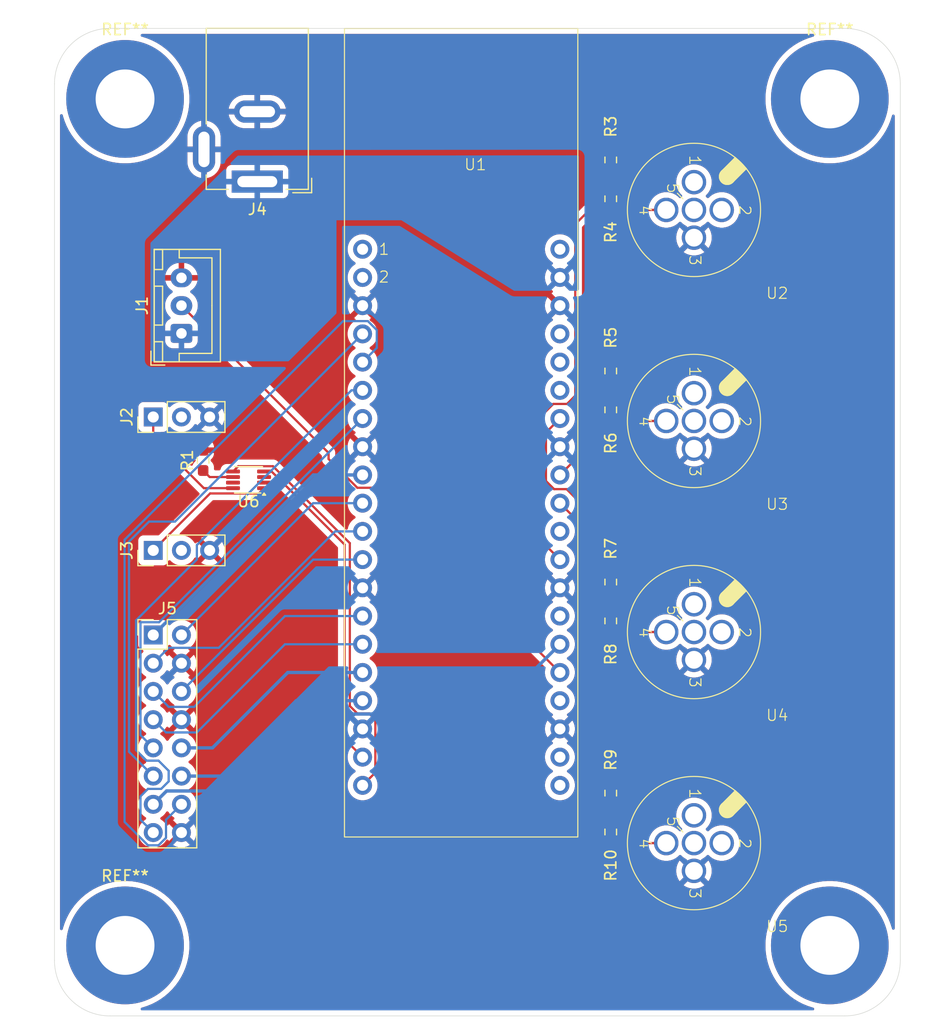
<source format=kicad_pcb>
(kicad_pcb (version 20241229) (generator "pcbnew") (generator_version "9.0")
  (layers (0 "F.Cu" signal) (2 "B.Cu" signal) (13 "F.Paste" user) (15 "B.Paste" user) (5 "F.SilkS" user "F.Silkscreen") (7 "B.SilkS" user "B.Silkscreen") (1 "F.Mask" user) (3 "B.Mask" user) (25 "Edge.Cuts" user))
  (net 0 "")
  (net 1 "+5V")
  (net 2 "/LED")
  (net 3 "GND")
  (net 4 "Net-(J2-Pin_1)")
  (net 5 "Net-(J3-Pin_1)")
  (net 6 "/B2")
  (net 7 "/R2")
  (net 8 "/B1")
  (net 9 "/G1")
  (net 10 "/A")
  (net 11 "/D")
  (net 12 "/G2")
  (net 13 "/CLK")
  (net 14 "/B")
  (net 15 "/C")
  (net 16 "/R1")
  (net 17 "/LAT")
  (net 18 "/OE")
  (net 19 "Net-(U6-OE)")
  (net 20 "/PHOTOEYE1")
  (net 21 "Net-(R4-Pad2)")
  (net 22 "/PHOTOEYE2")
  (net 23 "/PHOTOEYE3")
  (net 24 "/PHOTOEYE4")
  (net 31 "+3.3V")
  (net 32 "/PWM1")
  (net 36 "/PWM2")
  (net 38 "+12V")
  (net 40 "Net-(R6-Pad2)")
  (net 41 "Net-(R8-Pad2)")
  (net 42 "Net-(R10-Pad2)")
  (footprint "Connector_PinHeader_2.54mm:PinHeader_2x08_P2.54mm_Vertical" (layer "F.Cu") (at 129.54 99.06)
    (property "Reference" "J5" (at 1.27 -2.38 0) (layer "F.SilkS"))
    (property "Value" "Conn_02x08_Odd_Even")
    (fp_line (start -1.38 -1.38) (end 0 -1.38) (stroke (width 0.12)) (layer "F.SilkS"))
    (fp_line (start -1.38 0) (end -1.38 -1.38) (stroke (width 0.12)) (layer "F.SilkS"))
    (fp_line (start -1.38 1.27) (end -1.38 19.16) (stroke (width 0.12)) (layer "F.SilkS"))
    (fp_line (start -1.38 1.27) (end 1.27 1.27) (stroke (width 0.12)) (layer "F.SilkS"))
    (fp_line (start -1.38 19.16) (end 3.92 19.16) (stroke (width 0.12)) (layer "F.SilkS"))
    (fp_line (start 1.27 -1.38) (end 3.92 -1.38) (stroke (width 0.12)) (layer "F.SilkS"))
    (fp_line (start 1.27 1.27) (end 1.27 -1.38) (stroke (width 0.12)) (layer "F.SilkS"))
    (fp_line (start 3.92 -1.38) (end 3.92 19.16) (stroke (width 0.12)) (layer "F.SilkS"))
    (pad "1" thru_hole rect (at 0 0) (size 1.7 1.7) (drill 1) (layers "*.Cu" "*.Mask") (net 16 "/R1"))
    (pad "2" thru_hole circle (at 2.54 0) (size 1.7 1.7) (drill 1) (layers "*.Cu" "*.Mask") (net 9 "/G1"))
    (pad "3" thru_hole circle (at 0 2.54) (size 1.7 1.7) (drill 1) (layers "*.Cu" "*.Mask") (net 8 "/B1"))
    (pad "4" thru_hole circle (at 2.54 2.54) (size 1.7 1.7) (drill 1) (layers "*.Cu" "*.Mask") (net 3 "GND"))
    (pad "5" thru_hole circle (at 0 5.08) (size 1.7 1.7) (drill 1) (layers "*.Cu" "*.Mask") (net 7 "/R2"))
    (pad "6" thru_hole circle (at 2.54 5.08) (size 1.7 1.7) (drill 1) (layers "*.Cu" "*.Mask") (net 12 "/G2"))
    (pad "7" thru_hole circle (at 0 7.62) (size 1.7 1.7) (drill 1) (layers "*.Cu" "*.Mask") (net 6 "/B2"))
    (pad "8" thru_hole circle (at 2.54 7.62) (size 1.7 1.7) (drill 1) (layers "*.Cu" "*.Mask") (net 3 "GND"))
    (pad "9" thru_hole circle (at 0 10.16) (size 1.7 1.7) (drill 1) (layers "*.Cu" "*.Mask") (net 10 "/A"))
    (pad "10" thru_hole circle (at 2.54 10.16) (size 1.7 1.7) (drill 1) (layers "*.Cu" "*.Mask") (net 14 "/B"))
    (pad "11" thru_hole circle (at 0 12.7) (size 1.7 1.7) (drill 1) (layers "*.Cu" "*.Mask") (net 15 "/C"))
    (pad "12" thru_hole circle (at 2.54 12.7) (size 1.7 1.7) (drill 1) (layers "*.Cu" "*.Mask") (net 11 "/D"))
    (pad "13" thru_hole circle (at 0 15.24) (size 1.7 1.7) (drill 1) (layers "*.Cu" "*.Mask") (net 13 "/CLK"))
    (pad "14" thru_hole circle (at 2.54 15.24) (size 1.7 1.7) (drill 1) (layers "*.Cu" "*.Mask") (net 17 "/LAT"))
    (pad "15" thru_hole circle (at 0 17.78) (size 1.7 1.7) (drill 1) (layers "*.Cu" "*.Mask") (net 18 "/OE"))
    (pad "16" thru_hole circle (at 2.54 17.78) (size 1.7 1.7) (drill 1) (layers "*.Cu" "*.Mask") (net 3 "GND"))
  )
  (footprint "Connector_PinHeader_2.54mm:PinHeader_1x03_P2.54mm_Vertical" (layer "F.Cu") (at 129.54 91.44 90)
    (property "Reference" "J3" (at 0 -2.38 90) (layer "F.SilkS"))
    (property "Value" "Conn_01x03_Socket")
    (fp_line (start -1.38 -1.38) (end 0 -1.38) (stroke (width 0.12)) (layer "F.SilkS"))
    (fp_line (start -1.38 0) (end -1.38 -1.38) (stroke (width 0.12)) (layer "F.SilkS"))
    (fp_line (start 1.38 1.27) (end 1.38 6.46) (stroke (width 0.12)) (layer "F.SilkS"))
    (fp_line (start -1.38 1.27) (end 1.38 1.27) (stroke (width 0.12)) (layer "F.SilkS"))
    (fp_line (start -1.38 1.27) (end -1.38 6.46) (stroke (width 0.12)) (layer "F.SilkS"))
    (fp_line (start -1.38 6.46) (end 1.38 6.46) (stroke (width 0.12)) (layer "F.SilkS"))
    (pad "1" thru_hole rect (at 0 0 90) (size 1.7 1.7) (drill 1) (layers "*.Cu" "*.Mask") (net 5 "Net-(J3-Pin_1)"))
    (pad "2" thru_hole circle (at 0 2.54 90) (size 1.7 1.7) (drill 1) (layers "*.Cu" "*.Mask") (net 1 "+5V"))
    (pad "3" thru_hole circle (at 0 5.08 90) (size 1.7 1.7) (drill 1) (layers "*.Cu" "*.Mask") (net 3 "GND"))
  )
  (footprint "Resistor_SMD:R_0603_1608Metric_Pad0.98x0.95mm_HandSolder" (layer "F.Cu") (at 134.0358 83.3374 90)
    (property "Reference" "R1" (at 0 -1.43 90) (layer "F.SilkS"))
    (property "Value" "100K")
    (fp_line (start -0.254724 -0.5225) (end 0.254724 -0.5225) (stroke (width 0.12)) (layer "F.SilkS"))
    (fp_line (start -0.254724 0.5225) (end 0.254724 0.5225) (stroke (width 0.12)) (layer "F.SilkS"))
    (pad "1" smd roundrect (at -0.9125 0 90) (size 0.975 0.95) (layers "F.Cu" "F.Mask" "F.Paste") (net 19 "Net-(U6-OE)"))
    (pad "2" smd roundrect (at 0.9125 0 90) (size 0.975 0.95) (layers "F.Cu" "F.Mask" "F.Paste") (net 3 "GND"))
  )
  (footprint "MountingHole:MountingHole_5.3mm_M5_Pad" (layer "F.Cu") (at 190.5 50.8)
    (property "Reference" "REF**" (at 0 -6.25 0) (layer "F.SilkS"))
    (property "Value" "MountingHole_5.3mm_M5_Pad")
    (pad "1" thru_hole circle (at 0 0) (size 10.6 10.6) (drill 5.3) (layers "*.Cu" "*.Mask"))
  )
  (footprint "Library:ESP32-S3-ETH" (layer "F.Cu") (at 157.292 64.332)
    (property "Reference" "U1" (at 1.27 -7.62 0) (layer "F.SilkS") (effects (font (thickness 0.1))))
    (property "Value" "~")
    (fp_rect (start -10.5227 -19.87) (end 10.5027 52.91) (stroke (width 0.1)) (fill no) (layer "F.SilkS"))
    (fp_text user "1" (at -7.5 0 0) (layer "F.SilkS") (effects (font (thickness 0.1)) (justify left)))
    (fp_text user "2" (at -7.5 2.5 0) (layer "F.SilkS") (effects (font (thickness 0.1)) (justify left)))
    (pad "1" thru_hole circle (at -8.89 0) (size 1.7 1.7) (drill 1) (layers "*.Cu" "*.Mask"))
    (pad "2" thru_hole circle (at -8.89 2.54) (size 1.7 1.7) (drill 1) (layers "*.Cu" "*.Mask"))
    (pad "3" thru_hole circle (at -8.89 5.08) (size 1.7 1.7) (drill 1) (layers "*.Cu" "*.Mask") (net 3 "GND"))
    (pad "4" thru_hole circle (at -8.89 7.62) (size 1.7 1.7) (drill 1) (layers "*.Cu" "*.Mask") (net 15 "/C"))
    (pad "5" thru_hole circle (at -8.89 10.16) (size 1.7 1.7) (drill 1) (layers "*.Cu" "*.Mask") (net 17 "/LAT"))
    (pad "6" thru_hole circle (at -8.89 12.7) (size 1.7 1.7) (drill 1) (layers "*.Cu" "*.Mask") (net 18 "/OE"))
    (pad "7" thru_hole circle (at -8.89 15.24) (size 1.7 1.7) (drill 1) (layers "*.Cu" "*.Mask") (net 10 "/A"))
    (pad "8" thru_hole circle (at -8.89 17.78) (size 1.7 1.7) (drill 1) (layers "*.Cu" "*.Mask") (net 3 "GND"))
    (pad "9" thru_hole circle (at -8.89 20.32) (size 1.7 1.7) (drill 1) (layers "*.Cu" "*.Mask") (net 16 "/R1"))
    (pad "10" thru_hole circle (at -8.89 22.86) (size 1.7 1.7) (drill 1) (layers "*.Cu" "*.Mask") (net 9 "/G1"))
    (pad "11" thru_hole circle (at -8.89 25.4) (size 1.7 1.7) (drill 1) (layers "*.Cu" "*.Mask") (net 8 "/B1"))
    (pad "12" thru_hole circle (at -8.89 27.94) (size 1.7 1.7) (drill 1) (layers "*.Cu" "*.Mask") (net 12 "/G2"))
    (pad "13" thru_hole circle (at -8.89 30.48) (size 1.7 1.7) (drill 1) (layers "*.Cu" "*.Mask") (net 3 "GND"))
    (pad "14" thru_hole circle (at -8.89 33.02) (size 1.7 1.7) (drill 1) (layers "*.Cu" "*.Mask") (net 7 "/R2"))
    (pad "15" thru_hole circle (at -8.89 35.56) (size 1.7 1.7) (drill 1) (layers "*.Cu" "*.Mask") (net 6 "/B2"))
    (pad "16" thru_hole circle (at -8.89 38.1) (size 1.7 1.7) (drill 1) (layers "*.Cu" "*.Mask") (net 14 "/B"))
    (pad "17" thru_hole circle (at -8.89 40.64) (size 1.7 1.7) (drill 1) (layers "*.Cu" "*.Mask") (net 11 "/D"))
    (pad "18" thru_hole circle (at -8.89 43.18) (size 1.7 1.7) (drill 1) (layers "*.Cu" "*.Mask") (net 3 "GND"))
    (pad "19" thru_hole circle (at -8.89 45.72) (size 1.7 1.7) (drill 1) (layers "*.Cu" "*.Mask") (net 36 "/PWM2"))
    (pad "20" thru_hole circle (at -8.89 48.26) (size 1.7 1.7) (drill 1) (layers "*.Cu" "*.Mask") (net 32 "/PWM1"))
    (pad "21" thru_hole circle (at 8.89 48.26) (size 1.7 1.7) (drill 1) (layers "*.Cu" "*.Mask"))
    (pad "22" thru_hole circle (at 8.89 45.72) (size 1.7 1.7) (drill 1) (layers "*.Cu" "*.Mask"))
    (pad "23" thru_hole circle (at 8.89 43.18) (size 1.7 1.7) (drill 1) (layers "*.Cu" "*.Mask") (net 3 "GND"))
    (pad "24" thru_hole circle (at 8.89 40.64) (size 1.7 1.7) (drill 1) (layers "*.Cu" "*.Mask"))
    (pad "25" thru_hole circle (at 8.89 38.1) (size 1.7 1.7) (drill 1) (layers "*.Cu" "*.Mask") (net 2 "/LED"))
    (pad "26" thru_hole circle (at 8.89 35.56) (size 1.7 1.7) (drill 1) (layers "*.Cu" "*.Mask") (net 13 "/CLK"))
    (pad "27" thru_hole circle (at 8.89 33.02) (size 1.7 1.7) (drill 1) (layers "*.Cu" "*.Mask"))
    (pad "28" thru_hole circle (at 8.89 30.48) (size 1.7 1.7) (drill 1) (layers "*.Cu" "*.Mask") (net 3 "GND"))
    (pad "29" thru_hole circle (at 8.89 27.94) (size 1.7 1.7) (drill 1) (layers "*.Cu" "*.Mask") (net 20 "/PHOTOEYE1"))
    (pad "30" thru_hole circle (at 8.89 25.4) (size 1.7 1.7) (drill 1) (layers "*.Cu" "*.Mask"))
    (pad "31" thru_hole circle (at 8.89 22.86) (size 1.7 1.7) (drill 1) (layers "*.Cu" "*.Mask") (net 24 "/PHOTOEYE4"))
    (pad "32" thru_hole circle (at 8.89 20.32) (size 1.7 1.7) (drill 1) (layers "*.Cu" "*.Mask") (net 22 "/PHOTOEYE2"))
    (pad "33" thru_hole circle (at 8.89 17.78) (size 1.7 1.7) (drill 1) (layers "*.Cu" "*.Mask") (net 3 "GND"))
    (pad "34" thru_hole circle (at 8.89 15.24) (size 1.7 1.7) (drill 1) (layers "*.Cu" "*.Mask") (net 23 "/PHOTOEYE3"))
    (pad "35" thru_hole circle (at 8.89 12.7) (size 1.7 1.7) (drill 1) (layers "*.Cu" "*.Mask"))
    (pad "36" thru_hole circle (at 8.89 10.16) (size 1.7 1.7) (drill 1) (layers "*.Cu" "*.Mask") (net 31 "+3.3V"))
    (pad "37" thru_hole circle (at 8.89 7.62) (size 1.7 1.7) (drill 1) (layers "*.Cu" "*.Mask"))
    (pad "38" thru_hole circle (at 8.89 5.08) (size 1.7 1.7) (drill 1) (layers "*.Cu" "*.Mask") (net 3 "GND"))
    (pad "39" thru_hole circle (at 8.89 2.54) (size 1.7 1.7) (drill 1) (layers "*.Cu" "*.Mask") (net 1 "+5V"))
    (pad "40" thru_hole circle (at 8.89 0) (size 1.7 1.7) (drill 1) (layers "*.Cu" "*.Mask"))
  )
  (footprint "Library:M12" (layer "F.Cu") (at 178.2612 98.7916 -90)
    (property "Reference" "U4" (at 7.5 -7.5 0) (layer "F.SilkS") (effects (font (thickness 0.1))))
    (property "Value" "~")
    (fp_line (start -1 1) (end -1.5 1.5) (stroke (width 0.1)) (layer "F.SilkS"))
    (fp_line (start -3.712627 -4.713427) (end -4.713074 -3.713076) (stroke (width 0.1)) (layer "F.SilkS"))
    (fp_arc (start -2.544149 -3.540556) (mid -2.47925 -2.521648) (end -3.500002 -2.5) (stroke (width 0.1)) (layer "F.SilkS"))
    (fp_circle (center 0 0) (end 6 0) (stroke (width 0.1)) (fill no) (layer "F.SilkS"))
    (fp_circle (center -3 -3) (end -2.292893 -3) (stroke (width 0.1)) (fill yes) (layer "F.SilkS"))
    (fp_poly (pts (xy -2.544149 -3.540555) (xy -3.500002 -2.500002) (xy -4.713074 -3.713076) (xy -3.712627 -4.713427)) (stroke (width 0.1)) (fill yes) (layer "F.SilkS"))
    (fp_text user "5" (at -2.5 2.5 270) (layer "F.SilkS") (effects (font (thickness 0.1)) (justify left bottom)))
    (fp_text user "3" (at 4 0.5 270) (layer "F.SilkS") (effects (font (thickness 0.1)) (justify left bottom)))
    (fp_text user "2" (at -0.5 -4 270) (layer "F.SilkS") (effects (font (thickness 0.1)) (justify left bottom)))
    (fp_text user "1" (at -5 0.5 270) (layer "F.SilkS") (effects (font (thickness 0.1)) (justify left bottom)))
    (fp_text user "4" (at -0.5 5 270) (layer "F.SilkS") (effects (font (thickness 0.1)) (justify left bottom)))
    (pad "1" thru_hole circle (at -2.5 0 270) (size 2.2 2.2) (drill 1.6) (layers "*.Cu" "*.Mask") (net 38 "+12V"))
    (pad "2" thru_hole circle (at 0 -2.5 270) (size 2.2 2.2) (drill 1.6) (layers "*.Cu" "*.Mask"))
    (pad "3" thru_hole circle (at 2.5 0 270) (size 2.2 2.2) (drill 1.6) (layers "*.Cu" "*.Mask") (net 3 "GND"))
    (pad "4" thru_hole circle (at 0 2.5 270) (size 2.2 2.2) (drill 1.6) (layers "*.Cu" "*.Mask") (net 41 "Net-(R8-Pad2)"))
    (pad "5" thru_hole circle (at 0 0 270) (size 2.2 2.2) (drill 1.6) (layers "*.Cu" "*.Mask"))
  )
  (footprint "Connector_PinHeader_2.54mm:PinHeader_1x03_P2.54mm_Vertical" (layer "F.Cu") (at 129.54 79.4328 90)
    (property "Reference" "J2" (at 0 -2.38 90) (layer "F.SilkS"))
    (property "Value" "Conn_01x03_Socket")
    (fp_line (start -1.38 -1.38) (end 0 -1.38) (stroke (width 0.12)) (layer "F.SilkS"))
    (fp_line (start -1.38 0) (end -1.38 -1.38) (stroke (width 0.12)) (layer "F.SilkS"))
    (fp_line (start 1.38 1.27) (end 1.38 6.46) (stroke (width 0.12)) (layer "F.SilkS"))
    (fp_line (start -1.38 1.27) (end 1.38 1.27) (stroke (width 0.12)) (layer "F.SilkS"))
    (fp_line (start -1.38 1.27) (end -1.38 6.46) (stroke (width 0.12)) (layer "F.SilkS"))
    (fp_line (start -1.38 6.46) (end 1.38 6.46) (stroke (width 0.12)) (layer "F.SilkS"))
    (pad "1" thru_hole rect (at 0 0 90) (size 1.7 1.7) (drill 1) (layers "*.Cu" "*.Mask") (net 4 "Net-(J2-Pin_1)"))
    (pad "2" thru_hole circle (at 0 2.54 90) (size 1.7 1.7) (drill 1) (layers "*.Cu" "*.Mask") (net 1 "+5V"))
    (pad "3" thru_hole circle (at 0 5.08 90) (size 1.7 1.7) (drill 1) (layers "*.Cu" "*.Mask") (net 3 "GND"))
  )
  (footprint "MountingHole:MountingHole_5.3mm_M5_Pad" (layer "F.Cu") (at 127 50.8)
    (property "Reference" "REF**" (at 0 -6.25 0) (layer "F.SilkS"))
    (property "Value" "MountingHole_5.3mm_M5_Pad")
    (pad "1" thru_hole circle (at 0 0) (size 10.6 10.6) (drill 5.3) (layers "*.Cu" "*.Mask"))
  )
  (footprint "Connector_JST:JST_XH_B3B-XH-A_1x03_P2.50mm_Vertical" (layer "F.Cu") (at 132.08 71.9074 90)
    (property "Reference" "J1" (at 2.5 -3.55 90) (layer "F.SilkS"))
    (property "Value" "Conn_01x03_Socket")
    (fp_line (start -1.6 -2.75) (end -2.85 -2.75) (stroke (width 0.12)) (layer "F.SilkS"))
    (fp_line (start -2.85 -2.75) (end -2.85 -1.5) (stroke (width 0.12)) (layer "F.SilkS"))
    (fp_line (start 7.56 -2.46) (end -2.56 -2.46) (stroke (width 0.12)) (layer "F.SilkS"))
    (fp_line (start -2.56 -2.46) (end -2.56 3.51) (stroke (width 0.12)) (layer "F.SilkS"))
    (fp_line (start 7.55 -2.45) (end 5.75 -2.45) (stroke (width 0.12)) (layer "F.SilkS"))
    (fp_line (start 5.75 -2.45) (end 5.75 -1.7) (stroke (width 0.12)) (layer "F.SilkS"))
    (fp_line (start 4.25 -2.45) (end 0.75 -2.45) (stroke (width 0.12)) (layer "F.SilkS"))
    (fp_line (start 0.75 -2.45) (end 0.75 -1.7) (stroke (width 0.12)) (layer "F.SilkS"))
    (fp_line (start -0.75 -2.45) (end -2.55 -2.45) (stroke (width 0.12)) (layer "F.SilkS"))
    (fp_line (start -2.55 -2.45) (end -2.55 -1.7) (stroke (width 0.12)) (layer "F.SilkS"))
    (fp_line (start 7.55 -1.7) (end 7.55 -2.45) (stroke (width 0.12)) (layer "F.SilkS"))
    (fp_line (start 5.75 -1.7) (end 7.55 -1.7) (stroke (width 0.12)) (layer "F.SilkS"))
    (fp_line (start 4.25 -1.7) (end 4.25 -2.45) (stroke (width 0.12)) (layer "F.SilkS"))
    (fp_line (start 0.75 -1.7) (end 4.25 -1.7) (stroke (width 0.12)) (layer "F.SilkS"))
    (fp_line (start -0.75 -1.7) (end -0.75 -2.45) (stroke (width 0.12)) (layer "F.SilkS"))
    (fp_line (start -2.55 -1.7) (end -0.75 -1.7) (stroke (width 0.12)) (layer "F.SilkS"))
    (fp_line (start 7.55 -0.2) (end 6.8 -0.2) (stroke (width 0.12)) (layer "F.SilkS"))
    (fp_line (start 6.8 -0.2) (end 6.8 2.75) (stroke (width 0.12)) (layer "F.SilkS"))
    (fp_line (start -1.8 -0.2) (end -1.8 2.75) (stroke (width 0.12)) (layer "F.SilkS"))
    (fp_line (start -2.55 -0.2) (end -1.8 -0.2) (stroke (width 0.12)) (layer "F.SilkS"))
    (fp_line (start 6.8 2.75) (end 2.5 2.75) (stroke (width 0.12)) (layer "F.SilkS"))
    (fp_line (start -1.8 2.75) (end 2.5 2.75) (stroke (width 0.12)) (layer "F.SilkS"))
    (fp_line (start 7.56 3.51) (end 7.56 -2.46) (stroke (width 0.12)) (layer "F.SilkS"))
    (fp_line (start -2.56 3.51) (end 7.56 3.51) (stroke (width 0.12)) (layer "F.SilkS"))
    (pad "1" thru_hole roundrect (at 0 0 90) (size 1.7 1.95) (drill 0.95) (layers "*.Cu" "*.Mask") (roundrect_rratio 0.147059) (net 1 "+5V"))
    (pad "2" thru_hole oval (at 2.5 0 90) (size 1.7 1.95) (drill 0.95) (layers "*.Cu" "*.Mask") (net 2 "/LED"))
    (pad "3" thru_hole oval (at 5 0 90) (size 1.7 1.95) (drill 0.95) (layers "*.Cu" "*.Mask") (net 3 "GND"))
  )
  (footprint "Resistor_SMD:R_0603_1608Metric_Pad0.98x0.95mm_HandSolder" (layer "F.Cu") (at 170.7612 97.7916 -90)
    (property "Reference" "R8" (at 3 0 90) (layer "F.SilkS"))
    (property "Value" "1K")
    (fp_line (start -0.254724 0.5225) (end 0.254724 0.5225) (stroke (width 0.12)) (layer "F.SilkS"))
    (fp_line (start -0.254724 -0.5225) (end 0.254724 -0.5225) (stroke (width 0.12)) (layer "F.SilkS"))
    (pad "1" smd roundrect (at -0.9125 0 270) (size 0.975 0.95) (layers "F.Cu" "F.Mask" "F.Paste") (net 23 "/PHOTOEYE3"))
    (pad "2" smd roundrect (at 0.9125 0 270) (size 0.975 0.95) (layers "F.Cu" "F.Mask" "F.Paste") (net 41 "Net-(R8-Pad2)"))
  )
  (footprint "Resistor_SMD:R_0603_1608Metric_Pad0.98x0.95mm_HandSolder" (layer "F.Cu") (at 170.7612 78.7916 -90)
    (property "Reference" "R6" (at 3 0 90) (layer "F.SilkS"))
    (property "Value" "1K")
    (fp_line (start -0.254724 0.5225) (end 0.254724 0.5225) (stroke (width 0.12)) (layer "F.SilkS"))
    (fp_line (start -0.254724 -0.5225) (end 0.254724 -0.5225) (stroke (width 0.12)) (layer "F.SilkS"))
    (pad "1" smd roundrect (at -0.9125 0 270) (size 0.975 0.95) (layers "F.Cu" "F.Mask" "F.Paste") (net 22 "/PHOTOEYE2"))
    (pad "2" smd roundrect (at 0.9125 0 270) (size 0.975 0.95) (layers "F.Cu" "F.Mask" "F.Paste") (net 40 "Net-(R6-Pad2)"))
  )
  (footprint "Library:M12" (layer "F.Cu") (at 178.2612 79.7916 -90)
    (property "Reference" "U3" (at 7.5 -7.5 0) (layer "F.SilkS") (effects (font (thickness 0.1))))
    (property "Value" "~")
    (fp_line (start -1 1) (end -1.5 1.5) (stroke (width 0.1)) (layer "F.SilkS"))
    (fp_line (start -3.712627 -4.713427) (end -4.713074 -3.713076) (stroke (width 0.1)) (layer "F.SilkS"))
    (fp_arc (start -2.544149 -3.540556) (mid -2.47925 -2.521648) (end -3.500002 -2.5) (stroke (width 0.1)) (layer "F.SilkS"))
    (fp_circle (center 0 0) (end 6 0) (stroke (width 0.1)) (fill no) (layer "F.SilkS"))
    (fp_circle (center -3 -3) (end -2.292893 -3) (stroke (width 0.1)) (fill yes) (layer "F.SilkS"))
    (fp_poly (pts (xy -2.544149 -3.540555) (xy -3.500002 -2.500002) (xy -4.713074 -3.713076) (xy -3.712627 -4.713427)) (stroke (width 0.1)) (fill yes) (layer "F.SilkS"))
    (fp_text user "1" (at -5 0.5 270) (layer "F.SilkS") (effects (font (thickness 0.1)) (justify left bottom)))
    (fp_text user "5" (at -2.5 2.5 270) (layer "F.SilkS") (effects (font (thickness 0.1)) (justify left bottom)))
    (fp_text user "2" (at -0.5 -4 270) (layer "F.SilkS") (effects (font (thickness 0.1)) (justify left bottom)))
    (fp_text user "4" (at -0.5 5 270) (layer "F.SilkS") (effects (font (thickness 0.1)) (justify left bottom)))
    (fp_text user "3" (at 4 0.5 270) (layer "F.SilkS") (effects (font (thickness 0.1)) (justify left bottom)))
    (pad "1" thru_hole circle (at -2.5 0 270) (size 2.2 2.2) (drill 1.6) (layers "*.Cu" "*.Mask") (net 38 "+12V"))
    (pad "2" thru_hole circle (at 0 -2.5 270) (size 2.2 2.2) (drill 1.6) (layers "*.Cu" "*.Mask"))
    (pad "3" thru_hole circle (at 2.5 0 270) (size 2.2 2.2) (drill 1.6) (layers "*.Cu" "*.Mask") (net 3 "GND"))
    (pad "4" thru_hole circle (at 0 2.5 270) (size 2.2 2.2) (drill 1.6) (layers "*.Cu" "*.Mask") (net 40 "Net-(R6-Pad2)"))
    (pad "5" thru_hole circle (at 0 0 270) (size 2.2 2.2) (drill 1.6) (layers "*.Cu" "*.Mask"))
  )
  (footprint "MountingHole:MountingHole_5.3mm_M5_Pad" (layer "F.Cu") (at 127 127)
    (property "Reference" "REF**" (at 0 -6.25 0) (layer "F.SilkS"))
    (property "Value" "MountingHole_5.3mm_M5_Pad")
    (pad "1" thru_hole circle (at 0 0) (size 10.6 10.6) (drill 5.3) (layers "*.Cu" "*.Mask"))
  )
  (footprint "Resistor_SMD:R_0603_1608Metric_Pad0.98x0.95mm_HandSolder" (layer "F.Cu") (at 170.7612 75.2916 90)
    (property "Reference" "R5" (at 3 0 90) (layer "F.SilkS"))
    (property "Value" "330")
    (fp_line (start -0.254724 -0.5225) (end 0.254724 -0.5225) (stroke (width 0.12)) (layer "F.SilkS"))
    (fp_line (start -0.254724 0.5225) (end 0.254724 0.5225) (stroke (width 0.12)) (layer "F.SilkS"))
    (pad "1" smd roundrect (at -0.9125 0 90) (size 0.975 0.95) (layers "F.Cu" "F.Mask" "F.Paste") (net 22 "/PHOTOEYE2"))
    (pad "2" smd roundrect (at 0.9125 0 90) (size 0.975 0.95) (layers "F.Cu" "F.Mask" "F.Paste") (net 3 "GND"))
  )
  (footprint "" (layer "F.Cu") (at 190.5 127)
    (property "Reference" "" (at 0 0 0) (layer "F.SilkS") (effects (font (size 1.27 1.27))))
    (property "Value" "")
    (pad "1" thru_hole circle (at 0 0) (size 10.6 10.6) (drill 5.3) (layers "*.Cu" "*.Mask"))
  )
  (footprint "Package_SO:VSSOP-8_2.3x2mm_P0.5mm" (layer "F.Cu") (at 138.1252 85.09 180)
    (property "Reference" "U6" (at 0 -1.95 0) (layer "F.SilkS"))
    (property "Value" "TXB0102DCU")
    (fp_line (start 1.26 1.185) (end -1.26 1.185) (stroke (width 0.12)) (layer "F.SilkS"))
    (fp_line (start -1.105568 -1.185) (end 1.26 -1.185) (stroke (width 0.12)) (layer "F.SilkS"))
    (fp_poly (pts (xy -1.4 -1.19) (xy -1.54 -1.38) (xy -1.26 -1.38)) (stroke (width 0.12)) (fill yes) (layer "F.SilkS"))
    (pad "1" smd roundrect (at -1.4 -0.75 180) (size 1.25 0.35) (layers "F.Cu" "F.Mask" "F.Paste") (net 5 "Net-(J3-Pin_1)"))
    (pad "2" smd roundrect (at -1.4 -0.25 180) (size 1.25 0.35) (layers "F.Cu" "F.Mask" "F.Paste") (net 3 "GND"))
    (pad "3" smd roundrect (at -1.4 0.25 180) (size 1.25 0.35) (layers "F.Cu" "F.Mask" "F.Paste") (net 31 "+3.3V"))
    (pad "4" smd roundrect (at -1.4 0.75 180) (size 1.25 0.35) (layers "F.Cu" "F.Mask" "F.Paste") (net 36 "/PWM2"))
    (pad "5" smd roundrect (at 1.4 0.75 180) (size 1.25 0.35) (layers "F.Cu" "F.Mask" "F.Paste") (net 32 "/PWM1"))
    (pad "6" smd roundrect (at 1.4 0.25 180) (size 1.25 0.35) (layers "F.Cu" "F.Mask" "F.Paste") (net 19 "Net-(U6-OE)"))
    (pad "7" smd roundrect (at 1.4 -0.25 180) (size 1.25 0.35) (layers "F.Cu" "F.Mask" "F.Paste") (net 1 "+5V"))
    (pad "8" smd roundrect (at 1.4 -0.75 180) (size 1.25 0.35) (layers "F.Cu" "F.Mask" "F.Paste") (net 4 "Net-(J2-Pin_1)"))
  )
  (footprint "Library:M12" (layer "F.Cu") (at 178.2612 60.7916 -90)
    (property "Reference" "U2" (at 7.5 -7.5 0) (layer "F.SilkS") (effects (font (thickness 0.1))))
    (property "Value" "~")
    (fp_line (start -1 1) (end -1.5 1.5) (stroke (width 0.1)) (layer "F.SilkS"))
    (fp_line (start -3.712627 -4.713427) (end -4.713074 -3.713076) (stroke (width 0.1)) (layer "F.SilkS"))
    (fp_arc (start -2.544149 -3.540556) (mid -2.47925 -2.521648) (end -3.500002 -2.5) (stroke (width 0.1)) (layer "F.SilkS"))
    (fp_circle (center 0 0) (end 6 0) (stroke (width 0.1)) (fill no) (layer "F.SilkS"))
    (fp_circle (center -3 -3) (end -2.292893 -3) (stroke (width 0.1)) (fill yes) (layer "F.SilkS"))
    (fp_poly (pts (xy -2.544149 -3.540555) (xy -3.500002 -2.500002) (xy -4.713074 -3.713076) (xy -3.712627 -4.713427)) (stroke (width 0.1)) (fill yes) (layer "F.SilkS"))
    (fp_text user "3" (at 4 0.5 270) (layer "F.SilkS") (effects (font (thickness 0.1)) (justify left bottom)))
    (fp_text user "1" (at -5 0.5 270) (layer "F.SilkS") (effects (font (thickness 0.1)) (justify left bottom)))
    (fp_text user "2" (at -0.5 -4 270) (layer "F.SilkS") (effects (font (thickness 0.1)) (justify left bottom)))
    (fp_text user "5" (at -2.5 2.5 270) (layer "F.SilkS") (effects (font (thickness 0.1)) (justify left bottom)))
    (fp_text user "4" (at -0.5 5 270) (layer "F.SilkS") (effects (font (thickness 0.1)) (justify left bottom)))
    (pad "1" thru_hole circle (at -2.5 0 270) (size 2.2 2.2) (drill 1.6) (layers "*.Cu" "*.Mask") (net 38 "+12V"))
    (pad "2" thru_hole circle (at 0 -2.5 270) (size 2.2 2.2) (drill 1.6) (layers "*.Cu" "*.Mask"))
    (pad "3" thru_hole circle (at 2.5 0 270) (size 2.2 2.2) (drill 1.6) (layers "*.Cu" "*.Mask") (net 3 "GND"))
    (pad "4" thru_hole circle (at 0 2.5 270) (size 2.2 2.2) (drill 1.6) (layers "*.Cu" "*.Mask") (net 21 "Net-(R4-Pad2)"))
    (pad "5" thru_hole circle (at 0 0 270) (size 2.2 2.2) (drill 1.6) (layers "*.Cu" "*.Mask"))
  )
  (footprint "Resistor_SMD:R_0603_1608Metric_Pad0.98x0.95mm_HandSolder" (layer "F.Cu") (at 170.7612 59.7916 -90)
    (property "Reference" "R4" (at 3 0 90) (layer "F.SilkS"))
    (property "Value" "1K")
    (fp_line (start -0.254724 0.5225) (end 0.254724 0.5225) (stroke (width 0.12)) (layer "F.SilkS"))
    (fp_line (start -0.254724 -0.5225) (end 0.254724 -0.5225) (stroke (width 0.12)) (layer "F.SilkS"))
    (pad "1" smd roundrect (at -0.9125 0 270) (size 0.975 0.95) (layers "F.Cu" "F.Mask" "F.Paste") (net 20 "/PHOTOEYE1"))
    (pad "2" smd roundrect (at 0.9125 0 270) (size 0.975 0.95) (layers "F.Cu" "F.Mask" "F.Paste") (net 21 "Net-(R4-Pad2)"))
  )
  (footprint "Resistor_SMD:R_0603_1608Metric_Pad0.98x0.95mm_HandSolder" (layer "F.Cu") (at 170.7612 113.2916 90)
    (property "Reference" "R9" (at 3 0 90) (layer "F.SilkS"))
    (property "Value" "330")
    (fp_line (start -0.254724 -0.5225) (end 0.254724 -0.5225) (stroke (width 0.12)) (layer "F.SilkS"))
    (fp_line (start -0.254724 0.5225) (end 0.254724 0.5225) (stroke (width 0.12)) (layer "F.SilkS"))
    (pad "1" smd roundrect (at -0.9125 0 90) (size 0.975 0.95) (layers "F.Cu" "F.Mask" "F.Paste") (net 24 "/PHOTOEYE4"))
    (pad "2" smd roundrect (at 0.9125 0 90) (size 0.975 0.95) (layers "F.Cu" "F.Mask" "F.Paste") (net 3 "GND"))
  )
  (footprint "Library:M12" (layer "F.Cu") (at 178.2612 117.7916 -90)
    (property "Reference" "U5" (at 7.5 -7.5 0) (layer "F.SilkS") (effects (font (thickness 0.1))))
    (property "Value" "~")
    (fp_line (start -1 1) (end -1.5 1.5) (stroke (width 0.1)) (layer "F.SilkS"))
    (fp_line (start -3.712627 -4.713427) (end -4.713074 -3.713076) (stroke (width 0.1)) (layer "F.SilkS"))
    (fp_arc (start -2.544149 -3.540556) (mid -2.47925 -2.521648) (end -3.500002 -2.5) (stroke (width 0.1)) (layer "F.SilkS"))
    (fp_circle (center 0 0) (end 6 0) (stroke (width 0.1)) (fill no) (layer "F.SilkS"))
    (fp_circle (center -3 -3) (end -2.292893 -3) (stroke (width 0.1)) (fill yes) (layer "F.SilkS"))
    (fp_poly (pts (xy -2.544149 -3.540555) (xy -3.500002 -2.500002) (xy -4.713074 -3.713076) (xy -3.712627 -4.713427)) (stroke (width 0.1)) (fill yes) (layer "F.SilkS"))
    (fp_text user "4" (at -0.5 5 270) (layer "F.SilkS") (effects (font (thickness 0.1)) (justify left bottom)))
    (fp_text user "1" (at -5 0.5 270) (layer "F.SilkS") (effects (font (thickness 0.1)) (justify left bottom)))
    (fp_text user "5" (at -2.5 2.5 270) (layer "F.SilkS") (effects (font (thickness 0.1)) (justify left bottom)))
    (fp_text user "3" (at 4 0.5 270) (layer "F.SilkS") (effects (font (thickness 0.1)) (justify left bottom)))
    (fp_text user "2" (at -0.5 -4 270) (layer "F.SilkS") (effects (font (thickness 0.1)) (justify left bottom)))
    (pad "1" thru_hole circle (at -2.5 0 270) (size 2.2 2.2) (drill 1.6) (layers "*.Cu" "*.Mask") (net 38 "+12V"))
    (pad "2" thru_hole circle (at 0 -2.5 270) (size 2.2 2.2) (drill 1.6) (layers "*.Cu" "*.Mask"))
    (pad "3" thru_hole circle (at 2.5 0 270) (size 2.2 2.2) (drill 1.6) (layers "*.Cu" "*.Mask") (net 3 "GND"))
    (pad "4" thru_hole circle (at 0 2.5 270) (size 2.2 2.2) (drill 1.6) (layers "*.Cu" "*.Mask") (net 42 "Net-(R10-Pad2)"))
    (pad "5" thru_hole circle (at 0 0 270) (size 2.2 2.2) (drill 1.6) (layers "*.Cu" "*.Mask"))
  )
  (footprint "Resistor_SMD:R_0603_1608Metric_Pad0.98x0.95mm_HandSolder" (layer "F.Cu") (at 170.7612 56.2916 90)
    (property "Reference" "R3" (at 3 0 90) (layer "F.SilkS"))
    (property "Value" "330")
    (fp_line (start -0.254724 -0.5225) (end 0.254724 -0.5225) (stroke (width 0.12)) (layer "F.SilkS"))
    (fp_line (start -0.254724 0.5225) (end 0.254724 0.5225) (stroke (width 0.12)) (layer "F.SilkS"))
    (pad "1" smd roundrect (at -0.9125 0 90) (size 0.975 0.95) (layers "F.Cu" "F.Mask" "F.Paste") (net 20 "/PHOTOEYE1"))
    (pad "2" smd roundrect (at 0.9125 0 90) (size 0.975 0.95) (layers "F.Cu" "F.Mask" "F.Paste") (net 3 "GND"))
  )
  (footprint "Resistor_SMD:R_0603_1608Metric_Pad0.98x0.95mm_HandSolder" (layer "F.Cu") (at 170.7612 116.7916 -90)
    (property "Reference" "R10" (at 3 0 90) (layer "F.SilkS"))
    (property "Value" "1K")
    (fp_line (start -0.254724 0.5225) (end 0.254724 0.5225) (stroke (width 0.12)) (layer "F.SilkS"))
    (fp_line (start -0.254724 -0.5225) (end 0.254724 -0.5225) (stroke (width 0.12)) (layer "F.SilkS"))
    (pad "1" smd roundrect (at -0.9125 0 270) (size 0.975 0.95) (layers "F.Cu" "F.Mask" "F.Paste") (net 24 "/PHOTOEYE4"))
    (pad "2" smd roundrect (at 0.9125 0 270) (size 0.975 0.95) (layers "F.Cu" "F.Mask" "F.Paste") (net 42 "Net-(R10-Pad2)"))
  )
  (footprint "Resistor_SMD:R_0603_1608Metric_Pad0.98x0.95mm_HandSolder" (layer "F.Cu") (at 170.7612 94.2916 90)
    (property "Reference" "R7" (at 3 0 90) (layer "F.SilkS"))
    (property "Value" "330")
    (fp_line (start -0.254724 -0.5225) (end 0.254724 -0.5225) (stroke (width 0.12)) (layer "F.SilkS"))
    (fp_line (start -0.254724 0.5225) (end 0.254724 0.5225) (stroke (width 0.12)) (layer "F.SilkS"))
    (pad "1" smd roundrect (at -0.9125 0 90) (size 0.975 0.95) (layers "F.Cu" "F.Mask" "F.Paste") (net 23 "/PHOTOEYE3"))
    (pad "2" smd roundrect (at 0.9125 0 90) (size 0.975 0.95) (layers "F.Cu" "F.Mask" "F.Paste") (net 3 "GND"))
  )
  (footprint "Connector_BarrelJack:BarrelJack_GCT_DCJ200-10-A_Horizontal" (layer "F.Cu") (at 138.9126 58.243 180)
    (property "Reference" "J4" (at 0 -2.5 0) (layer "F.SilkS"))
    (property "Value" "Barrel_Jack_Switch_Pin3Ring")
    (fp_line (start 4.6 13.8) (end -4.6 13.8) (stroke (width 0.12)) (layer "F.SilkS"))
    (fp_line (start 4.6 5.2) (end 4.6 13.8) (stroke (width 0.12)) (layer "F.SilkS"))
    (fp_line (start 4.6 -0.7) (end 4.6 0.6) (stroke (width 0.12)) (layer "F.SilkS"))
    (fp_line (start 2.6 -0.7) (end 4.6 -0.7) (stroke (width 0.12)) (layer "F.SilkS"))
    (fp_line (start -3.2 -1) (end -4.9 -1) (stroke (width 0.12)) (layer "F.SilkS"))
    (fp_line (start -4.6 13.8) (end -4.6 -0.7) (stroke (width 0.12)) (layer "F.SilkS"))
    (fp_line (start -4.6 -0.7) (end -2.6 -0.7) (stroke (width 0.12)) (layer "F.SilkS"))
    (fp_line (start -4.9 -1) (end -4.9 0.3) (stroke (width 0.12)) (layer "F.SilkS"))
    (pad "1" thru_hole rect (at 0 0 180) (size 4.6 2) (drill oval 3.6 1) (layers "*.Cu" "*.Mask") (net 1 "+5V"))
    (pad "2" thru_hole oval (at 0 6.3 180) (size 4.2 2) (drill oval 3.2 1) (layers "*.Cu" "*.Mask") (net 3 "GND"))
    (pad "3" thru_hole oval (at 4.8 2.9 180) (size 2 4.2) (drill oval 1 3.2) (layers "*.Cu" "*.Mask") (net 3 "GND"))
  )
  (gr_line (start 196.85 49.45) (end 196.85 128.35) (stroke (width 0.05)) (layer "Edge.Cuts"))
  (gr_arc (start 191.85 44.45) (mid 195.385534 45.914466) (end 196.85 49.45) (stroke (width 0.05)) (layer "Edge.Cuts"))
  (gr_arc (start 196.85 128.35) (mid 195.385534 131.885534) (end 191.85 133.35) (stroke (width 0.05)) (layer "Edge.Cuts"))
  (gr_line (start 191.85 133.35) (end 125.6412 133.35) (stroke (width 0.05)) (layer "Edge.Cuts"))
  (gr_line (start 120.6412 128.35) (end 120.6412 49.45) (stroke (width 0.05)) (layer "Edge.Cuts"))
  (gr_arc (start 125.6412 133.35) (mid 122.105666 131.885534) (end 120.6412 128.35) (stroke (width 0.05)) (layer "Edge.Cuts"))
  (gr_line (start 125.6412 44.45) (end 191.85 44.45) (stroke (width 0.05)) (layer "Edge.Cuts"))
  (gr_arc (start 120.6412 49.45) (mid 122.105666 45.914466) (end 125.6412 44.45) (stroke (width 0.05)) (layer "Edge.Cuts"))
  (segment (start 145.337 83.21476) (end 147.92524 85.803) (width 0.2) (layer "F.Cu") (net 2))
  (segment (start 132.08 69.4074) (end 145.337 82.6644) (width 0.2) (layer "F.Cu") (net 2))
  (segment (start 147.92524 85.803) (end 149.553 85.803) (width 0.2) (layer "F.Cu") (net 2))
  (segment (start 149.553 85.803) (end 166.182 102.432) (width 0.2) (layer "F.Cu") (net 2))
  (segment (start 145.337 82.6644) (end 145.337 83.21476) (width 0.2) (layer "F.Cu") (net 2))
  (segment (start 136.7252 85.84) (end 136.7252 85.8236) (width 0.2) (layer "F.Cu") (net 4))
  (segment (start 136.7252 85.8236) (end 136.7176 85.816) (width 0.2) (layer "F.Cu") (net 4))
  (segment (start 134.1 85.84) (end 129.54 81.28) (width 0.2) (layer "F.Cu") (net 4))
  (segment (start 136.7252 85.84) (end 134.1 85.84) (width 0.2) (layer "F.Cu") (net 4))
  (segment (start 136.7176 85.816) (end 136.5504 85.816) (width 0.2) (layer "F.Cu") (net 4))
  (segment (start 129.54 81.28) (end 129.54 79.4328) (width 0.2) (layer "F.Cu") (net 4))
  (segment (start 134.664 86.316) (end 129.54 91.44) (width 0.2) (layer "F.Cu") (net 5))
  (segment (start 139.5252 85.84) (end 139.0492 86.316) (width 0.2) (layer "F.Cu") (net 5))
  (segment (start 139.0492 86.316) (end 134.664 86.316) (width 0.2) (layer "F.Cu") (net 5))
  (segment (start 130.691 107.831) (end 133.469 107.831) (width 0.2) (layer "B.Cu") (net 6))
  (segment (start 129.54 106.68) (end 130.691 107.831) (width 0.2) (layer "B.Cu") (net 6))
  (segment (start 141.408 99.892) (end 148.402 99.892) (width 0.2) (layer "B.Cu") (net 6))
  (segment (start 133.469 107.831) (end 141.408 99.892) (width 0.2) (layer "B.Cu") (net 6))
  (segment (start 130.929 105.529) (end 133.231 105.529) (width 0.2) (layer "B.Cu") (net 7))
  (segment (start 141.408 97.352) (end 148.402 97.352) (width 0.2) (layer "B.Cu") (net 7))
  (segment (start 129.54 104.14) (end 130.929 105.529) (width 0.2) (layer "B.Cu") (net 7))
  (segment (start 133.231 105.529) (end 141.408 97.352) (width 0.2) (layer "B.Cu") (net 7))
  (segment (start 129.54 101.6) (end 130.929 100.211) (width 0.2) (layer "B.Cu") (net 8))
  (segment (start 130.929 100.211) (end 135.4419 100.211) (width 0.2) (layer "B.Cu") (net 8))
  (segment (start 145.9209 89.732) (end 148.402 89.732) (width 0.2) (layer "B.Cu") (net 8))
  (segment (start 135.4419 100.211) (end 145.9209 89.732) (width 0.2) (layer "B.Cu") (net 8))
  (segment (start 143.948 87.192) (end 148.402 87.192) (width 0.2) (layer "B.Cu") (net 9))
  (segment (start 132.08 99.06) (end 143.948 87.192) (width 0.2) (layer "B.Cu") (net 9))
  (segment (start 130.065 97.909) (end 148.402 79.572) (width 0.2) (layer "B.Cu") (net 10))
  (segment (start 129.54 109.22) (end 128.389 108.069) (width 0.2) (layer "B.Cu") (net 10))
  (segment (start 128.389 97.909) (end 130.065 97.909) (width 0.2) (layer "B.Cu") (net 10))
  (segment (start 128.389 108.069) (end 128.389 97.909) (width 0.2) (layer "B.Cu") (net 10))
  (segment (start 148.402 104.972) (end 142.424 104.972) (width 0.3) (layer "B.Cu") (net 11))
  (segment (start 135.636 111.76) (end 132.08 111.76) (width 0.3) (layer "B.Cu") (net 11))
  (segment (start 142.424 104.972) (end 135.636 111.76) (width 0.3) (layer "B.Cu") (net 11))
  (segment (start 143.948 92.272) (end 148.402 92.272) (width 0.2) (layer "B.Cu") (net 12))
  (segment (start 132.08 104.14) (end 143.948 92.272) (width 0.2) (layer "B.Cu") (net 12))
  (segment (start 159.901 106.173) (end 166.182 99.892) (width 0.3) (layer "B.Cu") (net 13))
  (segment (start 129.54 114.3) (end 130.741 113.099) (width 0.3) (layer "B.Cu") (net 13))
  (segment (start 130.741 113.099) (end 137.853 113.099) (width 0.3) (layer "B.Cu") (net 13))
  (segment (start 144.779 106.173) (end 159.901 106.173) (width 0.3) (layer "B.Cu") (net 13))
  (segment (start 137.853 113.099) (end 144.779 106.173) (width 0.3) (layer "B.Cu") (net 13))
  (segment (start 141.662 102.432) (end 148.402 102.432) (width 0.3) (layer "B.Cu") (net 14))
  (segment (start 134.874 109.22) (end 141.662 102.432) (width 0.3) (layer "B.Cu") (net 14))
  (segment (start 132.08 109.22) (end 134.874 109.22) (width 0.3) (layer "B.Cu") (net 14))
  (segment (start 127.3556 109.5756) (end 127.3556 90.6526) (width 0.2) (layer "B.Cu") (net 15))
  (segment (start 129.159 88.8492) (end 131.5048 88.8492) (width 0.2) (layer "B.Cu") (net 15))
  (segment (start 129.54 111.76) (end 127.3556 109.5756) (width 0.2) (layer "B.Cu") (net 15))
  (segment (start 131.5048 88.8492) (end 148.402 71.952) (width 0.2) (layer "B.Cu") (net 15))
  (segment (start 127.3556 90.6526) (end 129.159 88.8492) (width 0.2) (layer "B.Cu") (net 15))
  (segment (start 143.95981 84.652) (end 148.402 84.652) (width 0.3) (layer "B.Cu") (net 16))
  (segment (start 129.54 99.06) (end 129.55181 99.06) (width 0.3) (layer "B.Cu") (net 16))
  (segment (start 129.55181 99.06) (end 143.95981 84.652) (width 0.3) (layer "B.Cu") (net 16))
  (segment (start 148.87876 70.801) (end 149.6822 71.60444) (width 0.2) (layer "B.Cu") (net 17))
  (segment (start 126.9546 115.88236) (end 126.9546 90.4865) (width 0.2) (layer "B.Cu") (net 17))
  (segment (start 130.691 117.31676) (end 130.01676 117.991) (width 0.2) (layer "B.Cu") (net 17))
  (segment (start 132.08 114.3) (end 130.691 115.689) (width 0.2) (layer "B.Cu") (net 17))
  (segment (start 149.6822 73.2118) (end 148.402 74.492) (width 0.2) (layer "B.Cu") (net 17))
  (segment (start 126.9546 90.4865) (end 146.6401 70.801) (width 0.2) (layer "B.Cu") (net 17))
  (segment (start 129.06324 117.991) (end 126.9546 115.88236) (width 0.2) (layer "B.Cu") (net 17))
  (segment (start 146.6401 70.801) (end 148.87876 70.801) (width 0.2) (layer "B.Cu") (net 17))
  (segment (start 130.691 115.689) (end 130.691 117.31676) (width 0.2) (layer "B.Cu") (net 17))
  (segment (start 130.01676 117.991) (end 129.06324 117.991) (width 0.2) (layer "B.Cu") (net 17))
  (segment (start 149.6822 71.60444) (end 149.6822 73.2118) (width 0.2) (layer "B.Cu") (net 17))
  (segment (start 127.988 109.4206) (end 127.988 97.7429) (width 0.2) (layer "B.Cu") (net 18))
  (segment (start 128.389 113.58524) (end 129.06324 112.911) (width 0.2) (layer "B.Cu") (net 18))
  (segment (start 130.25476 112.911) (end 130.929 112.23676) (width 0.2) (layer "B.Cu") (net 18))
  (segment (start 129.54 116.84) (end 128.389 115.689) (width 0.2) (layer "B.Cu") (net 18))
  (segment (start 128.9384 110.371) (end 127.988 109.4206) (width 0.2) (layer "B.Cu") (net 18))
  (segment (start 128.389 115.689) (end 128.389 113.58524) (width 0.2) (layer "B.Cu") (net 18))
  (segment (start 130.01676 110.371) (end 128.9384 110.371) (width 0.2) (layer "B.Cu") (net 18))
  (segment (start 133.469 92.2619) (end 133.469 90.96324) (width 0.2) (layer "B.Cu") (net 18))
  (segment (start 147.40024 77.032) (end 148.402 77.032) (width 0.2) (layer "B.Cu") (net 18))
  (segment (start 127.988 97.7429) (end 133.469 92.2619) (width 0.2) (layer "B.Cu") (net 18))
  (segment (start 129.06324 112.911) (end 130.25476 112.911) (width 0.2) (layer "B.Cu") (net 18))
  (segment (start 133.469 90.96324) (end 147.40024 77.032) (width 0.2) (layer "B.Cu") (net 18))
  (segment (start 130.929 111.28324) (end 130.01676 110.371) (width 0.2) (layer "B.Cu") (net 18))
  (segment (start 130.929 112.23676) (end 130.929 111.28324) (width 0.2) (layer "B.Cu") (net 18))
  (segment (start 134.6259 84.84) (end 134.0358 84.2499) (width 0.2) (layer "F.Cu") (net 19))
  (segment (start 136.7252 84.84) (end 134.6259 84.84) (width 0.2) (layer "F.Cu") (net 19))
  (segment (start 164.1856 79.6544) (end 164.1856 90.2756) (width 0.2) (layer "F.Cu") (net 20))
  (segment (start 167.5638 77.51596) (end 166.82236 78.2574) (width 0.2) (layer "F.Cu") (net 20))
  (segment (start 166.82236 78.2574) (end 165.5826 78.2574) (width 0.2) (layer "F.Cu") (net 20))
  (segment (start 167.5638 62.0765) (end 167.5638 77.51596) (width 0.2) (layer "F.Cu") (net 20))
  (segment (start 164.1856 90.2756) (end 166.182 92.272) (width 0.2) (layer "F.Cu") (net 20))
  (segment (start 170.7612 58.8791) (end 170.7612 57.2041) (width 0.2) (layer "F.Cu") (net 20))
  (segment (start 170.7612 58.8791) (end 167.5638 62.0765) (width 0.2) (layer "F.Cu") (net 20))
  (segment (start 165.5826 78.2574) (end 164.1856 79.6544) (width 0.2) (layer "F.Cu") (net 20))
  (segment (start 175.7612 60.7916) (end 170.8487 60.7916) (width 0.2) (layer "F.Cu") (net 21))
  (segment (start 170.8487 60.7916) (end 170.7612 60.7041) (width 0.2) (layer "F.Cu") (net 21))
  (segment (start 170.7612 77.8791) (end 170.7612 76.2041) (width 0.2) (layer "F.Cu") (net 22))
  (segment (start 169.9852 78.6551) (end 170.7612 77.8791) (width 0.2) (layer "F.Cu") (net 22))
  (segment (start 166.182 84.652) (end 169.9852 80.8488) (width 0.2) (layer "F.Cu") (net 22))
  (segment (start 169.9852 80.8488) (end 169.9852 78.6551) (width 0.2) (layer "F.Cu") (net 22))
  (segment (start 170.7612 95.2041) (end 169.9852 94.4281) (width 0.2) (layer "F.Cu") (net 23))
  (segment (start 165.65572 85.9282) (end 164.9222 85.19468) (width 0.2) (layer "F.Cu") (net 23))
  (segment (start 166.78396 85.9282) (end 165.65572 85.9282) (width 0.2) (layer "F.Cu") (net 23))
  (segment (start 170.7612 96.8791) (end 170.7612 95.2041) (width 0.2) (layer "F.Cu") (net 23))
  (segment (start 164.9222 85.19468) (end 164.9222 80.8318) (width 0.2) (layer "F.Cu") (net 23))
  (segment (start 169.9852 89.12944) (end 166.78396 85.9282) (width 0.2) (layer "F.Cu") (net 23))
  (segment (start 169.9852 94.4281) (end 169.9852 89.12944) (width 0.2) (layer "F.Cu") (net 23))
  (segment (start 164.9222 80.8318) (end 166.182 79.572) (width 0.2) (layer "F.Cu") (net 23))
  (segment (start 166.182 87.192) (end 168.6814 89.6914) (width 0.2) (layer "F.Cu") (net 24))
  (segment (start 170.7612 115.8791) (end 170.7612 114.2041) (width 0.2) (layer "F.Cu") (net 24))
  (segment (start 168.6814 112.1243) (end 170.7612 114.2041) (width 0.2) (layer "F.Cu") (net 24))
  (segment (start 168.6814 89.6914) (end 168.6814 112.1243) (width 0.2) (layer "F.Cu") (net 24))
  (segment (start 136.7252 84.34) (end 137.2012 83.864) (width 0.2) (layer "F.Cu") (net 32))
  (segment (start 137.2012 83.864) (end 140.3282 83.864) (width 0.2) (layer "F.Cu") (net 32))
  (segment (start 140.3282 83.864) (end 147.251 90.7868) (width 0.2) (layer "F.Cu") (net 32))
  (segment (start 149.553 111.441) (end 149.553 106.6778) (width 0.2) (layer "F.Cu") (net 32))
  (segment (start 147.92524 106.123) (end 147.251 105.44876) (width 0.2) (layer "F.Cu") (net 32))
  (segment (start 148.9982 106.123) (end 147.92524 106.123) (width 0.2) (layer "F.Cu") (net 32))
  (segment (start 149.553 106.6778) (end 148.9982 106.123) (width 0.2) (layer "F.Cu") (net 32))
  (segment (start 147.251 105.44876) (end 147.251 90.7868) (width 0.2) (layer "F.Cu") (net 32))
  (segment (start 148.402 112.592) (end 149.553 111.441) (width 0.2) (layer "F.Cu") (net 32))
  (segment (start 139.5252 84.34) (end 140.202048 84.34) (width 0.2) (layer "F.Cu") (net 36))
  (segment (start 146.7866 90.924552) (end 146.7866 108.4366) (width 0.2) (layer "F.Cu") (net 36))
  (segment (start 146.7866 108.4366) (end 148.402 110.052) (width 0.2) (layer "F.Cu") (net 36))
  (segment (start 140.202048 84.34) (end 146.7866 90.924552) (width 0.2) (layer "F.Cu") (net 36))
  (segment (start 170.8487 79.7916) (end 170.7612 79.7041) (width 0.2) (layer "F.Cu") (net 40))
  (segment (start 175.7612 79.7916) (end 170.8487 79.7916) (width 0.2) (layer "F.Cu") (net 40))
  (segment (start 175.7612 98.7916) (end 170.8487 98.7916) (width 0.2) (layer "F.Cu") (net 41))
  (segment (start 170.8487 98.7916) (end 170.7612 98.7041) (width 0.2) (layer "F.Cu") (net 41))
  (segment (start 175.7612 117.7916) (end 170.8487 117.7916) (width 0.2) (layer "F.Cu") (net 42))
  (segment (start 170.8487 117.7916) (end 170.7612 117.7041) (width 0.2) (layer "F.Cu") (net 42))
  (zone (net 3) (net_name "GND") (layers "F.Cu" "B.Cu") (connect_pads (clearance 0.5)) (min_thickness 0.25) (fill yes (thermal_gap 0.5) (thermal_bridge_width 0.5))
    (polygon (pts (xy 120.65 44.45) (xy 196.85 44.45) (xy 196.85 133.35) (xy 120.65 133.35)))
  )
  (zone (net 1) (net_name "+5V") (layer "B.Cu") (priority 1) (connect_pads (clearance 0.5)) (min_thickness 0.25) (fill yes (thermal_gap 0.5) (thermal_bridge_width 0.5))
    (polygon (pts (xy 129.286 74.422) (xy 141.732 74.422) (xy 146.05 70.104) (xy 146.05 61.722) (xy 151.892 61.722) (xy 162.052 68.072) (xy 167.894 68.072) (xy 167.894 55.88) (xy 137.16 55.9054) (xy 129.286 63.754)))
  )
)
</source>
